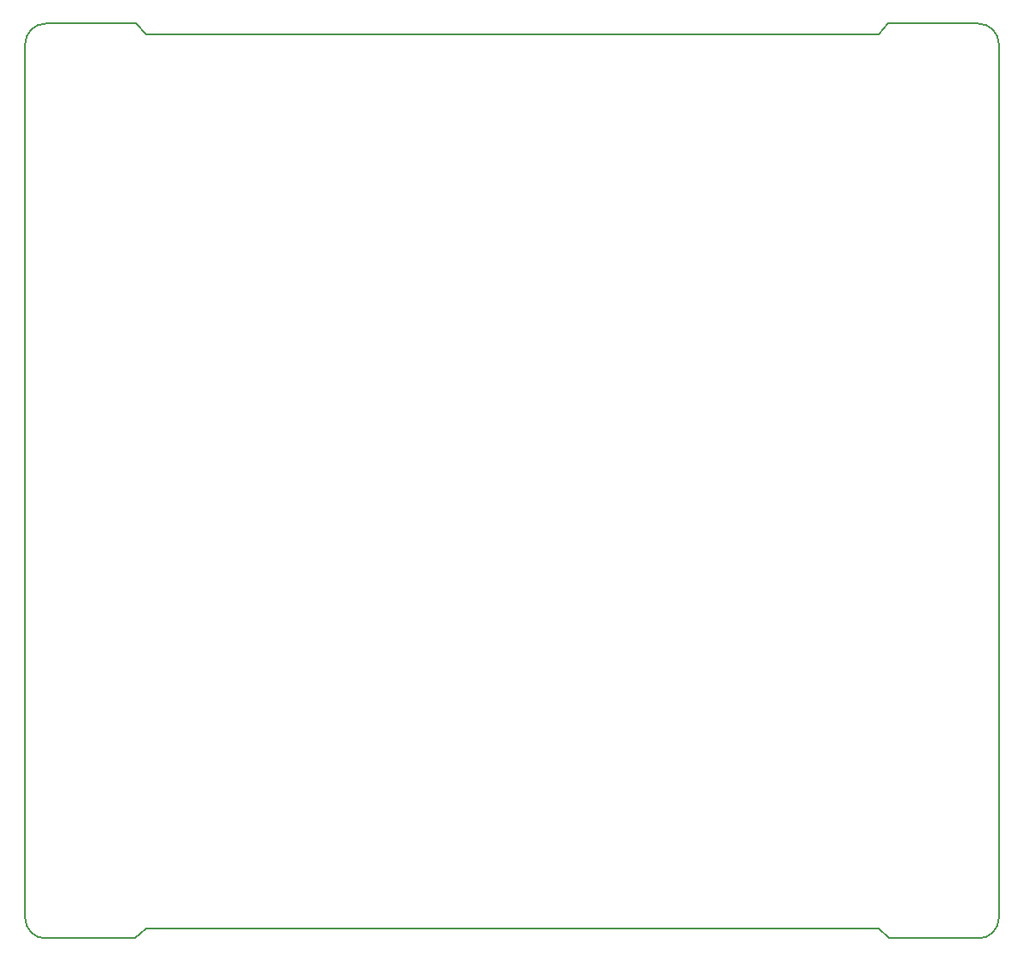
<source format=gbr>
%TF.GenerationSoftware,KiCad,Pcbnew,7.0.7*%
%TF.CreationDate,2023-10-10T18:21:33-04:00*%
%TF.ProjectId,batteryboard,62617474-6572-4796-926f-6172642e6b69,rev?*%
%TF.SameCoordinates,Original*%
%TF.FileFunction,Profile,NP*%
%FSLAX46Y46*%
G04 Gerber Fmt 4.6, Leading zero omitted, Abs format (unit mm)*
G04 Created by KiCad (PCBNEW 7.0.7) date 2023-10-10 18:21:33*
%MOMM*%
%LPD*%
G01*
G04 APERTURE LIST*
%TA.AperFunction,Profile*%
%ADD10C,0.150000*%
%TD*%
G04 APERTURE END LIST*
D10*
X53200300Y-141979900D02*
G75*
G03*
X55200300Y-143979900I2000000J0D01*
G01*
X147085300Y-143979900D02*
G75*
G03*
X149085300Y-141979900I0J2000000D01*
G01*
X149085300Y-55809900D02*
G75*
G03*
X147085300Y-53809900I-2000000J0D01*
G01*
X53200300Y-55809900D02*
X53200300Y-141979900D01*
X55200300Y-53809900D02*
G75*
G03*
X53200300Y-55809900I0J-2000000D01*
G01*
X55200300Y-143979900D02*
X64039500Y-143979900D01*
X149085300Y-141979900D02*
X149085300Y-55809900D01*
X137210800Y-143002000D02*
X65074800Y-143002000D01*
X64039500Y-143979900D02*
X65074800Y-143002000D01*
X147085300Y-143979900D02*
X138246100Y-143979900D01*
X65074800Y-54845200D02*
X64096900Y-53809900D01*
X137210800Y-54845200D02*
X65074800Y-54845200D01*
X137210800Y-54845200D02*
X138188700Y-53809900D01*
X147085300Y-53809900D02*
X138188700Y-53809900D01*
X64096900Y-53809900D02*
X55200300Y-53809900D01*
X138246100Y-143979900D02*
X137210800Y-143002000D01*
M02*

</source>
